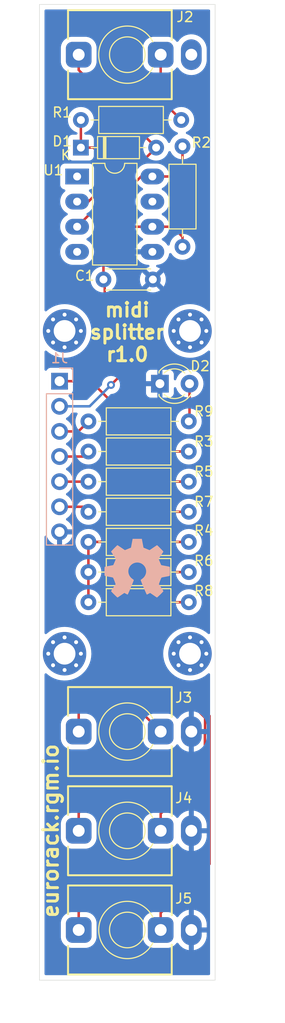
<source format=kicad_pcb>
(kicad_pcb (version 20211014) (generator pcbnew)
  (title_block (title "midi-splitter front") (date "2022-01-22") (rev "1.0"))
  (layers (0 "F.Cu" signal) (31 "B.Cu" signal) (34 "B.Paste" user) (35 "F.Paste" user) (36 "B.SilkS" user "B.Silkscreen") (37 "F.SilkS" user "F.Silkscreen") (38 "B.Mask" user) (39 "F.Mask" user) (44 "Edge.Cuts" user))
  (net 0 "")
  (net 1 "GND")
  (net 2 "+5V")
  (net 3 "Net-(D1-Pad2)")
  (net 4 "Net-(D1-Pad1)")
  (net 5 "MIDI_IN")
  (net 6 "Net-(J2-PadR)")
  (net 7 "Net-(J3-PadT)")
  (net 8 "Net-(J3-PadR)")
  (net 9 "Net-(J4-PadT)")
  (net 10 "Net-(J4-PadR)")
  (net 11 "Net-(J5-PadT)")
  (net 12 "Net-(J5-PadR)")
  (net 13 "MIDI_OUT_1")
  (net 14 "MIDI_OUT_2")
  (net 15 "MIDI_OUT_3")
  (net 16 "Net-(D2-Pad2)")
  (net 17 "LED")
  (footprint "Capacitor_THT:C_Disc_D4.3mm_W1.9mm_P5.00mm" (layer "F.Cu") (at 151.257 76.835)
    (fp_text reference "C1" (at -1.905 -0.381) (layer "F.SilkS"))
    (fp_text value "100n")
    (fp_line (start 0.23 -1.07) (end 4.77 -1.07) (layer "F.SilkS") (width 0.12))
    (fp_line (start 4.77 1.055) (end 4.77 1.07) (layer "F.SilkS") (width 0.12))
    (fp_line (start 0.23 1.055) (end 0.23 1.07) (layer "F.SilkS") (width 0.12))
    (fp_line (start 0.23 -1.07) (end 0.23 -1.055) (layer "F.SilkS") (width 0.12))
    (fp_line (start 0.23 1.07) (end 4.77 1.07) (layer "F.SilkS") (width 0.12))
    (fp_line (start 4.77 -1.07) (end 4.77 -1.055) (layer "F.SilkS") (width 0.12))
    (pad "1" thru_hole circle (at 0 0) (size 1.6 1.6) (drill 0.8) (layers *.Cu *.Mask) (net 2 "+5V"))
    (pad "2" thru_hole circle (at 5 0) (size 1.6 1.6) (drill 0.8) (layers *.Cu *.Mask) (net 1 "GND"))
  )
  (footprint "eurorack:LED_D3.0mmP2.54mm" (layer "F.Cu") (at 156.972 87.376)
    (fp_text reference "D2" (at 4.064 -1.778) (layer "F.SilkS"))
    (fp_text value "LED")
    (fp_line (start -0.0868 -1.236) (end -0.0868 -1.08) (layer "F.SilkS") (width 0.12))
    (fp_line (start -0.0868 1.08) (end -0.0868 1.236) (layer "F.SilkS") (width 0.12))
    (fp_arc (start 0.432239 -1.08) (mid 1.473317 -1.5) (end 2.51433 -1.079837) (layer "F.SilkS") (width 0.12))
    (fp_arc (start 3.145535 1.078608) (mid 1.569687 1.987659) (end -0.0868 1.235516) (layer "F.SilkS") (width 0.12))
    (fp_arc (start 2.51433 1.079837) (mid 1.473317 1.5) (end 0.432239 1.08) (layer "F.SilkS") (width 0.12))
    (fp_arc (start -0.0868 -1.235516) (mid 1.569687 -1.987659) (end 3.145535 -1.078608) (layer "F.SilkS") (width 0.12))
    (pad "1" thru_hole rect (at 0 0) (size 1.8 1.8) (drill 0.9) (layers *.Cu *.Mask) (net 1 "GND"))
    (pad "2" thru_hole circle (at 2.9972 0) (size 1.8 1.8) (drill 0.9) (layers *.Cu *.Mask) (net 16 "Net-(D2-Pad2)"))
  )
  (footprint "Diode_THT:D_DO-35_SOD27_P7.62mm_Horizontal" (layer "F.Cu") (at 148.971 63.5)
    (fp_text reference "D1" (at -1.905 -0.635) (layer "F.SilkS"))
    (fp_text value "1N4148")
    (fp_text user "K" (at -1.524 0.762) (layer "F.SilkS"))
    (fp_line (start 6.58 0) (end 5.93 0) (layer "F.SilkS") (width 0.12))
    (fp_line (start 2.41 -1.12) (end 2.41 1.12) (layer "F.SilkS") (width 0.12))
    (fp_line (start 2.29 -1.12) (end 2.29 1.12) (layer "F.SilkS") (width 0.12))
    (fp_line (start 2.53 -1.12) (end 2.53 1.12) (layer "F.SilkS") (width 0.12))
    (fp_line (start 5.93 1.12) (end 5.93 -1.12) (layer "F.SilkS") (width 0.12))
    (fp_line (start 1.69 -1.12) (end 1.69 1.12) (layer "F.SilkS") (width 0.12))
    (fp_line (start 5.93 -1.12) (end 1.69 -1.12) (layer "F.SilkS") (width 0.12))
    (fp_line (start 1.69 1.12) (end 5.93 1.12) (layer "F.SilkS") (width 0.12))
    (fp_line (start 1.04 0) (end 1.69 0) (layer "F.SilkS") (width 0.12))
    (pad "1" thru_hole rect (at 0 0) (size 1.6 1.6) (drill 0.8) (layers *.Cu *.Mask) (net 4 "Net-(D1-Pad1)"))
    (pad "2" thru_hole oval (at 7.62 0) (size 1.6 1.6) (drill 0.8) (layers *.Cu *.Mask) (net 3 "Net-(D1-Pad2)"))
  )
  (footprint "MountingHole:MountingHole_2.2mm_M2_Pad_Via" (layer "F.Cu") (at 147.32 82.042)
    (fp_text reference "H1" hide)
    (fp_text value "MountingHole")
    (pad "1" thru_hole circle (at -1.65 0) (size 0.7 0.7) (drill 0.4) (layers *.Cu *.Mask))
    (pad "1" thru_hole circle (at 0 1.65) (size 0.7 0.7) (drill 0.4) (layers *.Cu *.Mask))
    (pad "1" thru_hole circle (at 0 -1.65) (size 0.7 0.7) (drill 0.4) (layers *.Cu *.Mask))
    (pad "1" thru_hole circle (at 1.166726 -1.166726) (size 0.7 0.7) (drill 0.4) (layers *.Cu *.Mask))
    (pad "1" thru_hole circle (at -1.166726 -1.166726) (size 0.7 0.7) (drill 0.4) (layers *.Cu *.Mask))
    (pad "1" thru_hole circle (at 1.65 0) (size 0.7 0.7) (drill 0.4) (layers *.Cu *.Mask))
    (pad "1" thru_hole circle (at 1.166726 1.166726) (size 0.7 0.7) (drill 0.4) (layers *.Cu *.Mask))
    (pad "1" thru_hole circle (at -1.166726 1.166726) (size 0.7 0.7) (drill 0.4) (layers *.Cu *.Mask))
    (pad "1" thru_hole circle (at 0 0) (size 4.4 4.4) (drill 2.2) (layers *.Cu *.Mask))
  )
  (footprint "MountingHole:MountingHole_2.2mm_M2_Pad_Via" (layer "F.Cu") (at 160.02 82.042)
    (fp_text reference "H2" hide)
    (fp_text value "MountingHole")
    (pad "1" thru_hole circle (at 1.65 0) (size 0.7 0.7) (drill 0.4) (layers *.Cu *.Mask))
    (pad "1" thru_hole circle (at -1.166726 -1.166726) (size 0.7 0.7) (drill 0.4) (layers *.Cu *.Mask))
    (pad "1" thru_hole circle (at -1.166726 1.166726) (size 0.7 0.7) (drill 0.4) (layers *.Cu *.Mask))
    (pad "1" thru_hole circle (at 1.166726 -1.166726) (size 0.7 0.7) (drill 0.4) (layers *.Cu *.Mask))
    (pad "1" thru_hole circle (at 0 -1.65) (size 0.7 0.7) (drill 0.4) (layers *.Cu *.Mask))
    (pad "1" thru_hole circle (at 1.166726 1.166726) (size 0.7 0.7) (drill 0.4) (layers *.Cu *.Mask))
    (pad "1" thru_hole circle (at 0 1.65) (size 0.7 0.7) (drill 0.4) (layers *.Cu *.Mask))
    (pad "1" thru_hole circle (at -1.65 0) (size 0.7 0.7) (drill 0.4) (layers *.Cu *.Mask))
    (pad "1" thru_hole circle (at 0 0) (size 4.4 4.4) (drill 2.2) (layers *.Cu *.Mask))
  )
  (footprint "MountingHole:MountingHole_2.2mm_M2_Pad_Via" (layer "F.Cu") (at 147.32 114.681)
    (fp_text reference "H3" hide)
    (fp_text value "MountingHole")
    (pad "1" thru_hole circle (at 0 0) (size 4.4 4.4) (drill 2.2) (layers *.Cu *.Mask))
    (pad "1" thru_hole circle (at 1.166726 1.166726) (size 0.7 0.7) (drill 0.4) (layers *.Cu *.Mask))
    (pad "1" thru_hole circle (at -1.166726 -1.166726) (size 0.7 0.7) (drill 0.4) (layers *.Cu *.Mask))
    (pad "1" thru_hole circle (at 0 1.65) (size 0.7 0.7) (drill 0.4) (layers *.Cu *.Mask))
    (pad "1" thru_hole circle (at 1.166726 -1.166726) (size 0.7 0.7) (drill 0.4) (layers *.Cu *.Mask))
    (pad "1" thru_hole circle (at -1.166726 1.166726) (size 0.7 0.7) (drill 0.4) (layers *.Cu *.Mask))
    (pad "1" thru_hole circle (at -1.65 0) (size 0.7 0.7) (drill 0.4) (layers *.Cu *.Mask))
    (pad "1" thru_hole circle (at 0 -1.65) (size 0.7 0.7) (drill 0.4) (layers *.Cu *.Mask))
    (pad "1" thru_hole circle (at 1.65 0) (size 0.7 0.7) (drill 0.4) (layers *.Cu *.Mask))
  )
  (footprint "MountingHole:MountingHole_2.2mm_M2_Pad_Via" (layer "F.Cu") (at 160.02 114.681)
    (fp_text reference "H4" hide)
    (fp_text value "MountingHole")
    (pad "1" thru_hole circle (at 0 -1.65) (size 0.7 0.7) (drill 0.4) (layers *.Cu *.Mask))
    (pad "1" thru_hole circle (at -1.65 0) (size 0.7 0.7) (drill 0.4) (layers *.Cu *.Mask))
    (pad "1" thru_hole circle (at 1.166726 -1.166726) (size 0.7 0.7) (drill 0.4) (layers *.Cu *.Mask))
    (pad "1" thru_hole circle (at 1.65 0) (size 0.7 0.7) (drill 0.4) (layers *.Cu *.Mask))
    (pad "1" thru_hole circle (at 1.166726 1.166726) (size 0.7 0.7) (drill 0.4) (layers *.Cu *.Mask))
    (pad "1" thru_hole circle (at 0 1.65) (size 0.7 0.7) (drill 0.4) (layers *.Cu *.Mask))
    (pad "1" thru_hole circle (at -1.166726 1.166726) (size 0.7 0.7) (drill 0.4) (layers *.Cu *.Mask))
    (pad "1" thru_hole circle (at 0 0) (size 4.4 4.4) (drill 2.2) (layers *.Cu *.Mask))
    (pad "1" thru_hole circle (at -1.166726 -1.166726) (size 0.7 0.7) (drill 0.4) (layers *.Cu *.Mask))
  )
  (footprint "eurorack:Jack_3.5mm_QingPu_WQP-PJ366ST_Vertical" (layer "F.Cu") (at 153.67 54.102 90)
    (fp_text reference "J2" (at 3.81 5.842 180) (layer "F.SilkS"))
    (fp_text value "Thonkiconn ST")
    (fp_line (start -4.5 -6) (end -1.6 -6) (layer "F.SilkS") (width 0.2))
    (fp_line (start 1.5 4.5) (end 4.5 4.5) (layer "F.SilkS") (width 0.2))
    (fp_line (start -4.5 4.5) (end -4.5 -6) (layer "F.SilkS") (width 0.2))
    (fp_line (start -4.5 4.5) (end -1.5 4.5) (layer "F.SilkS") (width 0.2))
    (fp_line (start 1.6 -6) (end 4.5 -6) (layer "F.SilkS") (width 0.2))
    (fp_line (start 4.5 4.5) (end 4.5 -6) (layer "F.SilkS") (width 0.2))
    (fp_arc (start -1.296263 2.588577) (mid -2.817353 -0.665994) (end 0 -2.895) (layer "F.SilkS") (width 0.12))
    (fp_arc (start 0 -2.895) (mid 2.817353 -0.665994) (end 1.296263 2.588577) (layer "F.SilkS") (width 0.12))
    (fp_circle (center 0 0) (end -1.8 0) (layer "F.SilkS") (width 0.12) (fill none))
    (pad "R" thru_hole roundrect (at 0 3.38 90) (size 2.6 2.6) (drill 1.2) (layers *.Cu *.Mask) (net 6 "Net-(J2-PadR)"))
    (pad "S" thru_hole oval (at 0 6.48 90) (size 3.1 2.1) (drill 1.2) (layers *.Cu *.Mask))
    (pad "T" thru_hole roundrect (at 0 -4.92 90) (size 2.6 2.6) (drill 1.2) (layers *.Cu *.Mask) (net 3 "Net-(D1-Pad2)"))
  )
  (footprint "eurorack:Jack_3.5mm_QingPu_WQP-PJ366ST_Vertical" (layer "F.Cu") (at 153.67 122.555 90)
    (fp_text reference "J3" (at 3.429 5.715 180) (layer "F.SilkS"))
    (fp_text value "Thonkiconn ST")
    (fp_line (start 1.6 -6) (end 4.5 -6) (layer "F.SilkS") (width 0.2))
    (fp_line (start -4.5 4.5) (end -1.5 4.5) (layer "F.SilkS") (width 0.2))
    (fp_line (start 1.5 4.5) (end 4.5 4.5) (layer "F.SilkS") (width 0.2))
    (fp_line (start 4.5 4.5) (end 4.5 -6) (layer "F.SilkS") (width 0.2))
    (fp_line (start -4.5 4.5) (end -4.5 -6) (layer "F.SilkS") (width 0.2))
    (fp_line (start -4.5 -6) (end -1.6 -6) (layer "F.SilkS") (width 0.2))
    (fp_arc (start -1.296263 2.588577) (mid -2.817353 -0.665994) (end 0 -2.895) (layer "F.SilkS") (width 0.12))
    (fp_arc (start 0 -2.895) (mid 2.817353 -0.665994) (end 1.296263 2.588577) (layer "F.SilkS") (width 0.12))
    (fp_circle (center 0 0) (end -1.8 0) (layer "F.SilkS") (width 0.12) (fill none))
    (pad "R" thru_hole roundrect (at 0 3.38 90) (size 2.6 2.6) (drill 1.2) (layers *.Cu *.Mask) (net 8 "Net-(J3-PadR)"))
    (pad "S" thru_hole oval (at 0 6.48 90) (size 3.1 2.1) (drill 1.2) (layers *.Cu *.Mask) (net 1 "GND"))
    (pad "T" thru_hole roundrect (at 0 -4.92 90) (size 2.6 2.6) (drill 1.2) (layers *.Cu *.Mask) (net 7 "Net-(J3-PadT)"))
  )
  (footprint "eurorack:Jack_3.5mm_QingPu_WQP-PJ366ST_Vertical" (layer "F.Cu") (at 153.67 132.588 90)
    (fp_text reference "J4" (at 3.302 5.715 180) (layer "F.SilkS"))
    (fp_text value "Thonkiconn ST")
    (fp_line (start 1.5 4.5) (end 4.5 4.5) (layer "F.SilkS") (width 0.2))
    (fp_line (start 1.6 -6) (end 4.5 -6) (layer "F.SilkS") (width 0.2))
    (fp_line (start 4.5 4.5) (end 4.5 -6) (layer "F.SilkS") (width 0.2))
    (fp_line (start -4.5 -6) (end -1.6 -6) (layer "F.SilkS") (width 0.2))
    (fp_line (start -4.5 4.5) (end -1.5 4.5) (layer "F.SilkS") (width 0.2))
    (fp_line (start -4.5 4.5) (end -4.5 -6) (layer "F.SilkS") (width 0.2))
    (fp_arc (start 0 -2.895) (mid 2.817353 -0.665994) (end 1.296263 2.588577) (layer "F.SilkS") (width 0.12))
    (fp_arc (start -1.296263 2.588577) (mid -2.817353 -0.665994) (end 0 -2.895) (layer "F.SilkS") (width 0.12))
    (fp_circle (center 0 0) (end -1.8 0) (layer "F.SilkS") (width 0.12) (fill none))
    (pad "R" thru_hole roundrect (at 0 3.38 90) (size 2.6 2.6) (drill 1.2) (layers *.Cu *.Mask) (net 10 "Net-(J4-PadR)"))
    (pad "S" thru_hole oval (at 0 6.48 90) (size 3.1 2.1) (drill 1.2) (layers *.Cu *.Mask) (net 1 "GND"))
    (pad "T" thru_hole roundrect (at 0 -4.92 90) (size 2.6 2.6) (drill 1.2) (layers *.Cu *.Mask) (net 9 "Net-(J4-PadT)"))
  )
  (footprint "eurorack:Jack_3.5mm_QingPu_WQP-PJ366ST_Vertical" (layer "F.Cu") (at 153.67 142.621 90)
    (fp_text reference "J5" (at 3.175 5.715 180) (layer "F.SilkS"))
    (fp_text value "Thonkiconn ST")
    (fp_line (start 1.5 4.5) (end 4.5 4.5) (layer "F.SilkS") (width 0.2))
    (fp_line (start 4.5 4.5) (end 4.5 -6) (layer "F.SilkS") (width 0.2))
    (fp_line (start -4.5 4.5) (end -4.5 -6) (layer "F.SilkS") (width 0.2))
    (fp_line (start -4.5 4.5) (end -1.5 4.5) (layer "F.SilkS") (width 0.2))
    (fp_line (start -4.5 -6) (end -1.6 -6) (layer "F.SilkS") (width 0.2))
    (fp_line (start 1.6 -6) (end 4.5 -6) (layer "F.SilkS") (width 0.2))
    (fp_arc (start -1.296263 2.588577) (mid -2.817353 -0.665994) (end 0 -2.895) (layer "F.SilkS") (width 0.12))
    (fp_arc (start 0 -2.895) (mid 2.817353 -0.665994) (end 1.296263 2.588577) (layer "F.SilkS") (width 0.12))
    (fp_circle (center 0 0) (end -1.8 0) (layer "F.SilkS") (width 0.12) (fill none))
    (pad "R" thru_hole roundrect (at 0 3.38 90) (size 2.6 2.6) (drill 1.2) (layers *.Cu *.Mask) (net 12 "Net-(J5-PadR)"))
    (pad "S" thru_hole oval (at 0 6.48 90) (size 3.1 2.1) (drill 1.2) (layers *.Cu *.Mask) (net 1 "GND"))
    (pad "T" thru_hole roundrect (at 0 -4.92 90) (size 2.6 2.6) (drill 1.2) (layers *.Cu *.Mask) (net 11 "Net-(J5-PadT)"))
  )
  (footprint "Resistor_THT:R_Axial_DIN0207_L6.3mm_D2.5mm_P10.16mm_Horizontal" (layer "F.Cu") (at 159.131 60.706 180)
    (fp_text reference "R1" (at 12.065 0.762) (layer "F.SilkS"))
    (fp_text value "220R")
    (fp_line (start 1.04 0) (end 1.81 0) (layer "F.SilkS") (width 0.12))
    (fp_line (start 8.35 -1.37) (end 1.81 -1.37) (layer "F.SilkS") (width 0.12))
    (fp_line (start 9.12 0) (end 8.35 0) (layer "F.SilkS") (width 0.12))
    (fp_line (start 1.81 -1.37) (end 1.81 1.37) (layer "F.SilkS") (width 0.12))
    (fp_line (start 1.81 1.37) (end 8.35 1.37) (layer "F.SilkS") (width 0.12))
    (fp_line (start 8.35 1.37) (end 8.35 -1.37) (layer "F.SilkS") (width 0.12))
    (pad "1" thru_hole circle (at 0 0 180) (size 1.6 1.6) (drill 0.8) (layers *.Cu *.Mask) (net 6 "Net-(J2-PadR)"))
    (pad "2" thru_hole oval (at 10.16 0 180) (size 1.6 1.6) (drill 0.8) (layers *.Cu *.Mask) (net 4 "Net-(D1-Pad1)"))
  )
  (footprint "Resistor_THT:R_Axial_DIN0207_L6.3mm_D2.5mm_P10.16mm_Horizontal" (layer "F.Cu") (at 159.258 63.373 -90)
    (fp_text reference "R2" (at -0.381 -1.905 180) (layer "F.SilkS"))
    (fp_text value "10k")
    (fp_line (start 1.81 -1.37) (end 1.81 1.37) (layer "F.SilkS") (width 0.12))
    (fp_line (start 8.35 1.37) (end 8.35 -1.37) (layer "F.SilkS") (width 0.12))
    (fp_line (start 1.81 1.37) (end 8.35 1.37) (layer "F.SilkS") (width 0.12))
    (fp_line (start 1.04 0) (end 1.81 0) (layer "F.SilkS") (width 0.12))
    (fp_line (start 8.35 -1.37) (end 1.81 -1.37) (layer "F.SilkS") (width 0.12))
    (fp_line (start 9.12 0) (end 8.35 0) (layer "F.SilkS") (width 0.12))
    (pad "1" thru_hole circle (at 0 0 270) (size 1.6 1.6) (drill 0.8) (layers *.Cu *.Mask) (net 2 "+5V"))
    (pad "2" thru_hole oval (at 10.16 0 270) (size 1.6 1.6) (drill 0.8) (layers *.Cu *.Mask) (net 5 "MIDI_IN"))
  )
  (footprint "Resistor_THT:R_Axial_DIN0207_L6.3mm_D2.5mm_P10.16mm_Horizontal" (layer "F.Cu") (at 149.733 94.234)
    (fp_text reference "R3" (at 11.684 -1.016) (layer "F.SilkS"))
    (fp_text value "220R")
    (fp_line (start 8.35 -1.37) (end 1.81 -1.37) (layer "F.SilkS") (width 0.12))
    (fp_line (start 9.12 0) (end 8.35 0) (layer "F.SilkS") (width 0.12))
    (fp_line (start 1.81 -1.37) (end 1.81 1.37) (layer "F.SilkS") (width 0.12))
    (fp_line (start 8.35 1.37) (end 8.35 -1.37) (layer "F.SilkS") (width 0.12))
    (fp_line (start 1.04 0) (end 1.81 0) (layer "F.SilkS") (width 0.12))
    (fp_line (start 1.81 1.37) (end 8.35 1.37) (layer "F.SilkS") (width 0.12))
    (pad "1" thru_hole circle (at 0 0) (size 1.6 1.6) (drill 0.8) (layers *.Cu *.Mask) (net 13 "MIDI_OUT_1"))
    (pad "2" thru_hole oval (at 10.16 0) (size 1.6 1.6) (drill 0.8) (layers *.Cu *.Mask) (net 7 "Net-(J3-PadT)"))
  )
  (footprint "Resistor_THT:R_Axial_DIN0207_L6.3mm_D2.5mm_P10.16mm_Horizontal" (layer "F.Cu") (at 149.733 103.378)
    (fp_text reference "R4" (at 11.684 -1.143) (layer "F.SilkS"))
    (fp_text value "220R")
    (fp_line (start 8.35 1.37) (end 8.35 -1.37) (layer "F.SilkS") (width 0.12))
    (fp_line (start 9.12 0) (end 8.35 0) (layer "F.SilkS") (width 0.12))
    (fp_line (start 1.04 0) (end 1.81 0) (layer "F.SilkS") (width 0.12))
    (fp_line (start 1.81 -1.37) (end 1.81 1.37) (layer "F.SilkS") (width 0.12))
    (fp_line (start 1.81 1.37) (end 8.35 1.37) (layer "F.SilkS") (width 0.12))
    (fp_line (start 8.35 -1.37) (end 1.81 -1.37) (layer "F.SilkS") (width 0.12))
    (pad "1" thru_hole circle (at 0 0) (size 1.6 1.6) (drill 0.8) (layers *.Cu *.Mask) (net 2 "+5V"))
    (pad "2" thru_hole oval (at 10.16 0) (size 1.6 1.6) (drill 0.8) (layers *.Cu *.Mask) (net 8 "Net-(J3-PadR)"))
  )
  (footprint "Resistor_THT:R_Axial_DIN0207_L6.3mm_D2.5mm_P10.16mm_Horizontal" (layer "F.Cu") (at 149.733 97.282)
    (fp_text reference "R5" (at 11.684 -1.016) (layer "F.SilkS"))
    (fp_text value "220R")
    (fp_line (start 8.35 -1.37) (end 1.81 -1.37) (layer "F.SilkS") (width 0.12))
    (fp_line (start 1.81 -1.37) (end 1.81 1.37) (layer "F.SilkS") (width 0.12))
    (fp_line (start 9.12 0) (end 8.35 0) (layer "F.SilkS") (width 0.12))
    (fp_line (start 8.35 1.37) (end 8.35 -1.37) (layer "F.SilkS") (width 0.12))
    (fp_line (start 1.81 1.37) (end 8.35 1.37) (layer "F.SilkS") (width 0.12))
    (fp_line (start 1.04 0) (end 1.81 0) (layer "F.SilkS") (width 0.12))
    (pad "1" thru_hole circle (at 0 0) (size 1.6 1.6) (drill 0.8) (layers *.Cu *.Mask) (net 14 "MIDI_OUT_2"))
    (pad "2" thru_hole oval (at 10.16 0) (size 1.6 1.6) (drill 0.8) (layers *.Cu *.Mask) (net 9 "Net-(J4-PadT)"))
  )
  (footprint "Resistor_THT:R_Axial_DIN0207_L6.3mm_D2.5mm_P10.16mm_Horizontal" (layer "F.Cu") (at 149.733 106.426)
    (fp_text reference "R6" (at 11.684 -1.143) (layer "F.SilkS"))
    (fp_text value "220R")
    (fp_line (start 1.81 1.37) (end 8.35 1.37) (layer "F.SilkS") (width 0.12))
    (fp_line (start 9.12 0) (end 8.35 0) (layer "F.SilkS") (width 0.12))
    (fp_line (start 1.04 0) (end 1.81 0) (layer "F.SilkS") (width 0.12))
    (fp_line (start 8.35 -1.37) (end 1.81 -1.37) (layer "F.SilkS") (width 0.12))
    (fp_line (start 1.81 -1.37) (end 1.81 1.37) (layer "F.SilkS") (width 0.12))
    (fp_line (start 8.35 1.37) (end 8.35 -1.37) (layer "F.SilkS") (width 0.12))
    (pad "1" thru_hole circle (at 0 0) (size 1.6 1.6) (drill 0.8) (layers *.Cu *.Mask) (net 2 "+5V"))
    (pad "2" thru_hole oval (at 10.16 0) (size 1.6 1.6) (drill 0.8) (layers *.Cu *.Mask) (net 10 "Net-(J4-PadR)"))
  )
  (footprint "Resistor_THT:R_Axial_DIN0207_L6.3mm_D2.5mm_P10.16mm_Horizontal" (layer "F.Cu") (at 149.733 100.33)
    (fp_text reference "R7" (at 11.684 -1.016) (layer "F.SilkS"))
    (fp_text value "220R")
    (fp_line (start 8.35 -1.37) (end 1.81 -1.37) (layer "F.SilkS") (width 0.12))
    (fp_line (start 1.04 0) (end 1.81 0) (layer "F.SilkS") (width 0.12))
    (fp_line (start 1.81 1.37) (end 8.35 1.37) (layer "F.SilkS") (width 0.12))
    (fp_line (start 9.12 0) (end 8.35 0) (layer "F.SilkS") (width 0.12))
    (fp_line (start 1.81 -1.37) (end 1.81 1.37) (layer "F.SilkS") (width 0.12))
    (fp_line (start 8.35 1.37) (end 8.35 -1.37) (layer "F.SilkS") (width 0.12))
    (pad "1" thru_hole circle (at 0 0) (size 1.6 1.6) (drill 0.8) (layers *.Cu *.Mask) (net 15 "MIDI_OUT_3"))
    (pad "2" thru_hole oval (at 10.16 0) (size 1.6 1.6) (drill 0.8) (layers *.Cu *.Mask) (net 11 "Net-(J5-PadT)"))
  )
  (footprint "Resistor_THT:R_Axial_DIN0207_L6.3mm_D2.5mm_P10.16mm_Horizontal" (layer "F.Cu") (at 149.733 109.474)
    (fp_text reference "R8" (at 11.684 -1.143) (layer "F.SilkS"))
    (fp_text value "220R")
    (fp_line (start 8.35 1.37) (end 8.35 -1.37) (layer "F.SilkS") (width 0.12))
    (fp_line (start 9.12 0) (end 8.35 0) (layer "F.SilkS") (width 0.12))
    (fp_line (start 1.81 1.37) (end 8.35 1.37) (layer "F.SilkS") (width 0.12))
    (fp_line (start 1.81 -1.37) (end 1.81 1.37) (layer "F.SilkS") (width 0.12))
    (fp_line (start 8.35 -1.37) (end 1.81 -1.37) (layer "F.SilkS") (width 0.12))
    (fp_line (start 1.04 0) (end 1.81 0) (layer "F.SilkS") (width 0.12))
    (pad "1" thru_hole circle (at 0 0) (size 1.6 1.6) (drill 0.8) (layers *.Cu *.Mask) (net 2 "+5V"))
    (pad "2" thru_hole oval (at 10.16 0) (size 1.6 1.6) (drill 0.8) (layers *.Cu *.Mask) (net 12 "Net-(J5-PadR)"))
  )
  (footprint "Package_DIP:DIP-8_W7.62mm_LongPads" (layer "F.Cu") (at 148.59 66.421)
    (fp_text reference "U1" (at -2.413 -0.635) (layer "F.SilkS"))
    (fp_text value "6N137")
    (fp_line (start 6.06 -1.33) (end 4.81 -1.33) (layer "F.SilkS") (width 0.12))
    (fp_line (start 1.56 -1.33) (end 1.56 8.95) (layer "F.SilkS") (width 0.12))
    (fp_line (start 2.81 -1.33) (end 1.56 -1.33) (layer "F.SilkS") (width 0.12))
    (fp_line (start 6.06 8.95) (end 6.06 -1.33) (layer "F.SilkS") (width 0.12))
    (fp_line (start 1.56 8.95) (end 6.06 8.95) (layer "F.SilkS") (width 0.12))
    (fp_arc (start 4.81 -1.33) (mid 3.81 -0.33) (end 2.81 -1.33) (layer "F.SilkS") (width 0.12))
    (pad "1" thru_hole rect (at 0 0) (size 2.4 1.6) (drill 0.8) (layers *.Cu *.Mask))
    (pad "2" thru_hole oval (at 0 2.54) (size 2.4 1.6) (drill 0.8) (layers *.Cu *.Mask) (net 4 "Net-(D1-Pad1)"))
    (pad "3" thru_hole oval (at 0 5.08) (size 2.4 1.6) (drill 0.8) (layers *.Cu *.Mask) (net 3 "Net-(D1-Pad2)"))
    (pad "4" thru_hole oval (at 0 7.62) (size 2.4 1.6) (drill 0.8) (layers *.Cu *.Mask))
    (pad "5" thru_hole oval (at 7.62 7.62) (size 2.4 1.6) (drill 0.8) (layers *.Cu *.Mask) (net 1 "GND"))
    (pad "6" thru_hole oval (at 7.62 5.08) (size 2.4 1.6) (drill 0.8) (layers *.Cu *.Mask) (net 5 "MIDI_IN"))
    (pad "7" thru_hole oval (at 7.62 2.54) (size 2.4 1.6) (drill 0.8) (layers *.Cu *.Mask))
    (pad "8" thru_hole oval (at 7.62 0) (size 2.4 1.6) (drill 0.8) (layers *.Cu *.Mask) (net 2 "+5V"))
  )
  (footprint "Resistor_THT:R_Axial_DIN0207_L6.3mm_D2.5mm_P10.16mm_Horizontal" (layer "F.Cu") (at 149.733 91.186)
    (fp_text reference "R9" (at 11.684 -1.016) (layer "F.SilkS"))
    (fp_text value "2k2")
    (fp_line (start 8.35 1.37) (end 8.35 -1.37) (layer "F.SilkS") (width 0.12))
    (fp_line (start 8.35 -1.37) (end 1.81 -1.37) (layer "F.SilkS") (width 0.12))
    (fp_line (start 1.04 0) (end 1.81 0) (layer "F.SilkS") (width 0.12))
    (fp_line (start 1.81 -1.37) (end 1.81 1.37) (layer "F.SilkS") (width 0.12))
    (fp_line (start 9.12 0) (end 8.35 0) (layer "F.SilkS") (width 0.12))
    (fp_line (start 1.81 1.37) (end 8.35 1.37) (layer "F.SilkS") (width 0.12))
    (pad "1" thru_hole circle (at 0 0) (size 1.6 1.6) (drill 0.8) (layers *.Cu *.Mask) (net 17 "LED"))
    (pad "2" thru_hole oval (at 10.16 0) (size 1.6 1.6) (drill 0.8) (layers *.Cu *.Mask) (net 16 "Net-(D2-Pad2)"))
  )
  (footprint "Connector_PinHeader_2.54mm:PinHeader_1x07_P2.54mm_Vertical" (layer "B.Cu") (at 146.812 87.122 180)
    (fp_text reference "J1" (at 0 2.33) (layer "B.SilkS") (effects (justify mirror)))
    (fp_text value "Pin Header 1x7")
    (fp_line (start -1.33 0) (end -1.33 1.33) (layer "B.SilkS") (width 0.12))
    (fp_line (start -1.33 -16.57) (end 1.33 -16.57) (layer "B.SilkS") (width 0.12))
    (fp_line (start -1.33 -1.27) (end 1.33 -1.27) (layer "B.SilkS") (width 0.12))
    (fp_line (start -1.33 1.33) (end 0 1.33) (layer "B.SilkS") (width 0.12))
    (fp_line (start 1.33 -1.27) (end 1.33 -16.57) (layer "B.SilkS") (width 0.12))
    (fp_line (start -1.33 -1.27) (end -1.33 -16.57) (layer "B.SilkS") (width 0.12))
    (pad "1" thru_hole rect (at 0 0 180) (size 1.7 1.7) (drill 1) (layers *.Cu *.Mask) (net 2 "+5V"))
    (pad "2" thru_hole oval (at 0 -2.54 180) (size 1.7 1.7) (drill 1) (layers *.Cu *.Mask) (net 5 "MIDI_IN"))
    (pad "3" thru_hole oval (at 0 -5.08 180) (size 1.7 1.7) (drill 1) (layers *.Cu *.Mask) (net 17 "LED"))
    (pad "4" thru_hole oval (at 0 -7.62 180) (size 1.7 1.7) (drill 1) (layers *.Cu *.Mask) (net 13 "MIDI_OUT_1"))
    (pad "5" thru_hole oval (at 0 -10.16 180) (size 1.7 1.7) (drill 1) (layers *.Cu *.Mask) (net 14 "MIDI_OUT_2"))
    (pad "6" thru_hole oval (at 0 -12.7 180) (size 1.7 1.7) (drill 1) (layers *.Cu *.Mask) (net 15 "MIDI_OUT_3"))
    (pad "7" thru_hole oval (at 0 -15.24 180) (size 1.7 1.7) (drill 1) (layers *.Cu *.Mask) (net 1 "GND"))
  )
  (footprint "Symbol:OSHW-Symbol_6.7x6mm_SilkScreen" (layer "B.Cu") (at 154.686 106.045 180)
    (fp_text reference "REF**" hide)
    (fp_text value "OSHW-Symbol_6.7x6mm_SilkScreen" hide)
    (fp_poly (pts (xy 0.555814 2.531069) (xy 0.639635 2.086445) (xy 0.94892 1.958947) (xy 1.258206 1.831449) (xy 1.629246 2.083754) (xy 1.733157 2.154004) (xy 1.827087 2.216728) (xy 1.906652 2.269062) (xy 1.96747 2.308143) (xy 2.005157 2.331107) (xy 2.015421 2.336058) (xy 2.03391 2.323324) (xy 2.07342 2.288118) (xy 2.129522 2.234938) (xy 2.197787 2.168282) (xy 2.273786 2.092646) (xy 2.353092 2.012528) (xy 2.431275 1.932426) (xy 2.503907 1.856836) (xy 2.566559 1.790255) (xy 2.614803 1.737182) (xy 2.64421 1.702113) (xy 2.651241 1.690377) (xy 2.641123 1.66874) (xy 2.612759 1.621338) (xy 2.569129 1.552807) (xy 2.513218 1.467785) (xy 2.448006 1.370907) (xy 2.410219 1.31565) (xy 2.341343 1.214752) (xy 2.28014 1.123701) (xy 2.229578 1.04703) (xy 2.192628 0.989272) (xy 2.172258 0.954957) (xy 2.169197 0.947746) (xy 2.176136 0.927252) (xy 2.195051 0.879487) (xy 2.223087 0.811168) (xy 2.257391 0.729011) (xy 2.295109 0.63973) (xy 2.333387 0.550042) (xy 2.36937 0.466662) (xy 2.400206 0.396306) (xy 2.423039 0.34569) (xy 2.435017 0.321529) (xy 2.435724 0.320578) (xy 2.454531 0.315964) (xy 2.504618 0.305672) (xy 2.580793 0.290713) (xy 2.677865 0.272099) (xy 2.790643 0.250841) (xy 2.856442 0.238582) (xy 2.97695 0.215638) (xy 3.085797 0.193805) (xy 3.177476 0.174278) (xy 3.246481 0.158252) (xy 3.287304 0.146921) (xy 3.295511 0.143326) (xy 3.303548 0.118994) (xy 3.310033 0.064041) (xy 3.31497 -0.015108) (xy 3.318364 -0.112026) (xy 3.320218 -0.220287) (xy 3.320538 -0.333465) (xy 3.319327 -0.445135) (xy 3.31659 -0.548868) (xy 3.312331 -0.638241) (xy 3.306555 -0.706826) (xy 3.299267 -0.748197) (xy 3.294895 -0.75681) (xy 3.268764 -0.767133) (xy 3.213393 -0.781892) (xy 3.136107 -0.799352) (xy 3.04423 -0.81778) (xy 3.012158 -0.823741) (xy 2.857524 -0.852066) (xy 2.735375 -0.874876) (xy 2.641673 -0.89308) (xy 2.572384 -0.907583) (xy 2.523471 -0.919292) (xy 2.490897 -0.929115) (xy 2.470628 -0.937956) (xy 2.458626 -0.946724) (xy 2.456947 -0.948457) (xy 2.440184 -0.976371) (xy 2.414614 -1.030695) (xy 2.382788 -1.104777) (xy 2.34726 -1.191965) (xy 2.310583 -1.285608) (xy 2.275311 -1.379052) (xy 2.243996 -1.465647) (xy 2.219193 -1.53874) (xy 2.203454 -1.591678) (xy 2.199332 -1.617811) (xy 2.199676 -1.618726) (xy 2.213641 -1.640086) (xy 2.245322 -1.687084) (xy 2.291391 -1.754827) (xy 2.348518 -1.838423) (xy 2.413373 -1.932982) (xy 2.431843 -1.959854) (xy 2.497699 -2.057275) (xy 2.55565 -2.146163) (xy 2.602538 -2.221412) (xy 2.635207 -2.27792) (xy 2.6505 -2.310581) (xy 2.651241 -2.314593) (xy 2.638392 -2.335684) (xy 2.602888 -2.377464) (xy 2.549293 -2.435445) (xy 2.482171 -2.505135) (xy 2.406087 -2.582045) (xy 2.325604 -2.661683) (xy 2.245287 -2.739561) (xy 2.169699 -2.811186) (xy 2.103405 -2.87207) (xy 2.050969 -2.917721) (xy 2.016955 -2.94365) (xy 2.007545 -2.947883) (xy 1.985643 -2.937912) (xy 1.9408 -2.91102) (xy 1.880321 -2.871736) (xy 1.833789 -2.840117) (xy 1.749475 -2.782098) (xy 1.649626 -2.713784) (xy 1.549473 -2.645579) (xy 1.495627 -2.609075) (xy 1.313371 -2.4858) (xy 1.160381 -2.56852) (xy 1.090682 -2.604759) (xy 1.031414 -2.632926) (xy 0.991311 -2.648991) (xy 0.981103 -2.651226) (xy 0.968829 -2.634722) (xy 0.944613 -2.588082) (xy 0.910263 -2.515609) (xy 0.867588 -2.421606) (xy 0.818394 -2.310374) (xy 0.76449 -2.186215) (xy 0.707684 -2.053432) (xy 0.649782 -1.916327) (xy 0.592593 -1.779202) (xy 0.537924 -1.646358) (xy 0.487584 -1.522098) (xy 0.44338 -1.410725) (xy 0.407119 -1.316539) (xy 0.380609 -1.243844) (xy 0.365658 -1.196941) (xy 0.363254 -1.180833) (xy 0.382311 -1.160286) (xy 0.424036 -1.126933) (xy 0.479706 -1.087702) (xy 0.484378 -1.084599) (xy 0.628264 -0.969423) (xy 0.744283 -0.835053) (xy 0.83143 -0.685784) (xy 0.888699 -0.525913) (xy 0.915086 -0.359737) (xy 0.909585 -0.191552) (xy 0.87119 -0.025655) (xy 0.798895 0.133658) (xy 0.777626 0.168513) (xy 0.666996 0.309263) (xy 0.536302 0.422286) (xy 0.390064 0.506997) (xy 0.232808 0.562806) (xy 0.069057 0.589126) (xy -0.096667 0.58537) (xy -0.259838 0.55095) (xy -0.415935 0.485277) (xy -0.560433 0.387765) (xy -0.605131 0.348187) (xy -0.718888 0.224297) (xy -0.801782 0.093876) (xy -0.858644 -0.052315) (xy -0.890313 -0.197088) (xy -0.898131 -0.35986) (xy -0.872062 -0.52344) (xy -0.814755 -0.682298) (xy -0.728856 -0.830906) (xy -0.617014 -0.963735) (xy -0.481877 -1.075256) (xy -0.464117 -1.087011) (xy -0.40785 -1.125508) (xy -0.365077 -1.158863) (xy -0.344628 -1.18016) (xy -0.344331 -1.180833) (xy -0.348721 -1.203871) (xy -0.366124 -1.256157) (xy -0.394732 -1.33339) (xy -0.432735 -1.431268) (xy -0.478326 -1.545491) (xy -0.529697 -1.671758) (xy -0.585038 -1.805767) (xy -0.642542 -1.943218) (xy -0.700399 -2.079808) (xy -0.756802 -2.211237) (xy -0.809942 -2.333205) (xy -0.85801 -2.441409) (xy -0.899199 -2.531549) (xy -0.931699 -2.599323) (xy -0.953703 -2.64043) (xy -0.962564 -2.651226) (xy -0.98964 -2.642819) (xy -1.040303 -2.620272) (xy -1.105817 -2.587613) (xy -1.141841 -2.56852) (xy -1.294832 -2.4858) (xy -1.477088 -2.609075) (xy -1.570125 -2.672228) (xy -1.671985 -2.741727) (xy -1.767438 -2.807165) (xy -1.81525 -2.840117) (xy -1.882495 -2.885273) (xy -1.939436 -2.921057) (xy -1.978646 -2.942938) (xy -1.991381 -2.947563) (xy -2.009917 -2.935085) (xy -2.050941 -2.900252) (xy -2.110475 -2.846678) (xy -2.184542 -2.777983) (xy -2.269165 -2.697781) (xy -2.322685 -2.646286) (xy -2.416319 -2.554286) (xy -2.497241 -2.471999) (xy -2.562177 -2.402945) (xy -2.607858 -2.350644) (xy -2.631011 -2.318616) (xy -2.633232 -2.312116) (xy -2.622924 -2.287394) (xy -2.594439 -2.237405) (xy -2.550937 -2.167212) (xy -2.495577 -2.081875) (xy -2.43152 -1.986456) (xy -2.413303 -1.959854) (xy -2.346927 -1.863167) (xy -2.287378 -1.776117) (xy -2.237984 -1.703595) (xy -2.202075 -1.650493) (xy -2.182981 -1.621703) (xy -2.181136 -1.618726) (xy -2.183895 -1.595782) (xy -2.198538 -1.545336) (xy -2.222513 -1.474041) (xy -2.253266 -1.388547) (xy -2.288244 -1.295507) (xy -2.324893 -1.201574) (xy -2.360661 -1.113399) (xy -2.392994 -1.037634) (xy -2.419338 -0.980931) (xy -2.437142 -0.949943) (xy -2.438407 -0.948457) (xy -2.449294 -0.939601) (xy -2.467682 -0.930843) (xy -2.497606 -0.921277) (xy -2.543103 -0.909996) (xy -2.608209 -0.896093) (xy -2.696961 -0.878663) (xy -2.813393 -0.856798) (xy -2.961542 -0.829591) (xy -2.993618 -0.823741) (xy -3.088686 -0.805374) (xy -3.171565 -0.787405) (xy -3.23493 -0.771569) (xy -3.271458 -0.7596) (xy -3.276356 -0.75681) (xy -3.284427 -0.732072) (xy -3.290987 -0.67679) (xy -3.296033 -0.597389) (xy -3.299559 -0.500296) (xy -3.301561 -0.391938) (xy -3.302036 -0.27874) (xy -3.300977 -0.167128) (xy -3.298382 -0.063529) (xy -3.294246 0.025632) (xy -3.288563 0.093928) (xy -3.281331 0.134934) (xy -3.276971 0.143326) (xy -3.252698 0.151792) (xy -3.197426 0.165565) (xy -3.116662 0.18345) (xy -3.015912 0.204252) (xy -2.900683 0.226777) (xy -2.837902 0.238582) (xy -2.718787 0.260849) (xy -2.612565 0.281021) (xy -2.524427 0.298085) (xy -2.459566 0.311031) (xy -2.423174 0.318845) (xy -2.417184 0.320578) (xy -2.407061 0.34011) (xy -2.385662 0.387157) (xy -2.355839 0.454997) (xy -2.320445 0.536909) (xy -2.282332 0.626172) (xy -2.244353 0.716065) (xy -2.20936 0.799865) (xy -2.180206 0.870853) (xy -2.159743 0.922306) (xy -2.150823 0.947503) (xy -2.150657 0.948604) (xy -2.160769 0.968481) (xy -2.189117 1.014223) (xy -2.232723 1.081283) (xy -2.288606 1.165116) (xy -2.353787 1.261174) (xy -2.391679 1.31635) (xy -2.460725 1.417519) (xy -2.52205 1.50937) (xy -2.572663 1.587256) (xy -2.609571 1.646531) (xy -2.629782 1.682549) (xy -2.632701 1.690623) (xy -2.620153 1.709416) (xy -2.585463 1.749543) (xy -2.533063 1.806507) (xy -2.467384 1.875815) (xy -2.392856 1.952969) (xy -2.313913 2.033475) (xy -2.234983 2.112837) (xy -2.1605 2.18656) (xy -2.094894 2.250148) (xy -2.042596 2.299106) (xy -2.008039 2.328939) (xy -1.996478 2.336058) (xy -1.977654 2.326047) (xy -1.932631 2.297922) (xy -1.865787 2.254546) (xy -1.781499 2.198782) (xy -1.684144 2.133494) (xy -1.610707 2.083754) (xy -1.239667 1.831449) (xy -0.621095 2.086445) (xy -0.537275 2.531069) (xy -0.453454 2.975693) (xy 0.471994 2.975693) (xy 0.555814 2.531069)) (layer "B.SilkS") (width 0.01) (fill solid))
  )
  (gr_line (start 144.78 147.701) (end 162.56 147.701) (layer "Edge.Cuts") (width 0.05))
  (gr_line (start 144.78 49.022) (end 162.56 49.022) (layer "Edge.Cuts") (width 0.05))
  (gr_line (start 162.56 49.022) (end 162.56 147.701) (layer "Edge.Cuts") (width 0.05))
  (gr_line (start 144.78 147.701) (end 144.78 49.022) (layer "Edge.Cuts") (width 0.05))
  (gr_text "eurorack.rgm.io" (at 145.923 132.588 90) (layer "F.SilkS") (effects (font (size 1.5 1.5) (thickness 0.3))))
  (gr_text "midi\nsplitter\nr1.0" (at 153.67 82.169) (layer "F.SilkS") (effects (font (size 1.4 1.4) (thickness 0.3))))
  (segment (start 157.861 66.421) (end 159.258 65.024) (width 0.25) (layer "F.Cu") (net 2))
  (segment (start 149.733 109.601) (end 149.733 106.553) (width 0.25) (layer "F.Cu") (net 2))
  (segment (start 146.812 87.122) (end 149.987 87.122) (width 0.25) (layer "F.Cu") (net 2))
  (segment (start 155.067 66.421) (end 156.21 66.421) (width 0.25) (layer "F.Cu") (net 2))
  (segment (start 152.146 89.281) (end 152.146 102.235) (width 0.25) (layer "F.Cu") (net 2))
  (segment (start 159.258 65.024) (end 159.258 63.373) (width 0.25) (layer "F.Cu") (net 2))
  (segment (start 152.146 102.235) (end 151.003 103.378) (width 0.25) (layer "F.Cu") (net 2))
  (segment (start 151.257 70.231) (end 155.067 66.421) (width 0.25) (layer "F.Cu") (net 2))
  (segment (start 149.987 87.122) (end 152.146 89.281) (width 0.25) (layer "F.Cu") (net 2))
  (segment (start 151.384 85.725) (end 149.987 87.122) (width 0.25) (layer "F.Cu") (net 2))
  (segment (start 151.003 103.378) (end 149.733 103.378) (width 0.25) (layer "F.Cu") (net 2))
  (segment (start 149.733 106.553) (end 149.733 103.505) (width 0.25) (layer "F.Cu") (net 2))
  (segment (start 151.384 76.962) (end 151.384 85.725) (width 0.25) (layer "F.Cu") (net 2))
  (segment (start 156.21 66.421) (end 157.861 66.421) (width 0.25) (layer "F.Cu") (net 2))
  (segment (start 151.257 76.835) (end 151.384 76.962) (width 0.25) (layer "F.Cu") (net 2))
  (segment (start 151.257 76.835) (end 151.257 70.231) (width 0.25) (layer "F.Cu") (net 2))
  (segment (start 148.75 54.102) (end 148.75 55.659) (width 0.25) (layer "F.Cu") (net 3))
  (segment (start 148.75 55.659) (end 156.591 63.5) (width 0.25) (layer "F.Cu") (net 3))
  (segment (start 148.59 71.501) (end 156.591 63.5) (width 0.25) (layer "F.Cu") (net 3))
  (segment (start 149.733 68.961) (end 151.384 67.31) (width 0.25) (layer "F.Cu") (net 4))
  (segment (start 148.59 68.961) (end 149.733 68.961) (width 0.25) (layer "F.Cu") (net 4))
  (segment (start 148.971 63.5) (end 148.971 60.706) (width 0.25) (layer "F.Cu") (net 4))
  (segment (start 150.241 63.5) (end 148.971 63.5) (width 0.25) (layer "F.Cu") (net 4))
  (segment (start 151.384 64.643) (end 150.241 63.5) (width 0.25) (layer "F.Cu") (net 4))
  (segment (start 151.384 67.31) (end 151.384 64.643) (width 0.25) (layer "F.Cu") (net 4))
  (segment (start 156.21 71.501) (end 158.242 71.501) (width 0.25) (layer "F.Cu") (net 5))
  (segment (start 159.258 72.517) (end 159.258 73.533) (width 0.25) (layer "F.Cu") (net 5))
  (segment (start 152.019 87.503) (end 153.416 86.106) (width 0.25) (layer "F.Cu") (net 5))
  (segment (start 154.305 71.501) (end 156.21 71.501) (width 0.25) (layer "F.Cu") (net 5))
  (segment (start 158.242 71.501) (end 159.258 72.517) (width 0.25) (layer "F.Cu") (net 5))
  (segment (start 153.416 86.106) (end 153.416 72.39) (width 0.25) (layer "F.Cu") (net 5))
  (segment (start 153.416 72.39) (end 154.305 71.501) (width 0.25) (layer "F.Cu") (net 5))
  (via (at 152.019 87.503) (size 0.8) (drill 0.4) (layers "F.Cu" "B.Cu") (net 5))
  (segment (start 152.019 87.503) (end 152.019 87.503) (width 0.25) (layer "B.Cu") (net 5))
  (segment (start 149.86 89.662) (end 152.019 87.503) (width 0.25) (layer "B.Cu") (net 5))
  (segment (start 146.812 89.662) (end 149.86 89.662) (width 0.25) (layer "B.Cu") (net 5))
  (segment (start 157.05 58.625) (end 159.131 60.706) (width 0.25) (layer "F.Cu") (net 6))
  (segment (start 157.05 54.102) (end 157.05 58.625) (width 0.25) (layer "F.Cu") (net 6))
  (segment (start 153.58997 114.88803) (end 153.58997 97.61603) (width 0.25) (layer "F.Cu") (net 7))
  (segment (start 153.58997 97.61603) (end 156.972 94.234) (width 0.25) (layer "F.Cu") (net 7))
  (segment (start 148.75 119.728) (end 153.58997 114.88803) (width 0.25) (layer "F.Cu") (net 7))
  (segment (start 148.75 122.555) (end 148.75 119.728) (width 0.25) (layer "F.Cu") (net 7))
  (segment (start 156.972 94.234) (end 159.893 94.234) (width 0.25) (layer "F.Cu") (net 7))
  (segment (start 156.9085 103.5685) (end 154.94 105.537) (width 0.25) (layer "F.Cu") (net 8))
  (segment (start 154.94 120.445) (end 157.05 122.555) (width 0.25) (layer "F.Cu") (net 8))
  (segment (start 157.099 103.378) (end 156.9085 103.5685) (width 0.25) (layer "F.Cu") (net 8))
  (segment (start 159.893 103.378) (end 157.099 103.378) (width 0.25) (layer "F.Cu") (net 8))
  (segment (start 156.972 103.505) (end 156.9085 103.5685) (width 0.25) (layer "F.Cu") (net 8))
  (segment (start 154.94 105.537) (end 154.94 120.445) (width 0.25) (layer "F.Cu") (net 8))
  (segment (start 153.04602 119.11498) (end 153.04602 119.11357) (width 0.25) (layer "F.Cu") (net 9))
  (segment (start 153.04602 119.11357) (end 154.03998 118.11961) (width 0.25) (layer "F.Cu") (net 9))
  (segment (start 154.03998 100.21402) (end 156.972 97.282) (width 0.25) (layer "F.Cu") (net 9))
  (segment (start 150.876 121.285) (end 150.876 128.651) (width 0.25) (layer "F.Cu") (net 9))
  (segment (start 156.972 97.282) (end 159.893 97.282) (width 0.25) (layer "F.Cu") (net 9))
  (segment (start 148.75 130.777) (end 148.75 132.588) (width 0.25) (layer "F.Cu") (net 9))
  (segment (start 154.03998 118.11961) (end 154.03998 100.21402) (width 0.25) (layer "F.Cu") (net 9))
  (segment (start 150.876 128.651) (end 148.75 130.777) (width 0.25) (layer "F.Cu") (net 9))
  (segment (start 153.04602 119.11498) (end 150.876 121.285) (width 0.25) (layer "F.Cu") (net 9))
  (segment (start 160.401 120.015) (end 161.544 121.158) (width 0.25) (layer "F.Cu") (net 10))
  (segment (start 159.893 106.426) (end 156.27901 106.426) (width 0.25) (layer "F.Cu") (net 10))
  (segment (start 156.27901 106.426) (end 155.39001 107.315) (width 0.25) (layer "F.Cu") (net 10))
  (segment (start 161.544 122.809) (end 161.52501 122.82799) (width 0.25) (layer "F.Cu") (net 10))
  (segment (start 157.05 130.859) (end 157.05 132.588) (width 0.25) (layer "F.Cu") (net 10))
  (segment (start 161.52501 126.38399) (end 157.05 130.859) (width 0.25) (layer "F.Cu") (net 10))
  (segment (start 158.496 120.015) (end 160.401 120.015) (width 0.25) (layer "F.Cu") (net 10))
  (segment (start 161.544 121.158) (end 161.544 122.809) (width 0.25) (layer "F.Cu") (net 10))
  (segment (start 161.52501 122.82799) (end 161.52501 126.38399) (width 0.25) (layer "F.Cu") (net 10))
  (segment (start 155.39001 116.90901) (end 158.496 120.015) (width 0.25) (layer "F.Cu") (net 10))
  (segment (start 155.39001 107.315) (end 155.39001 116.90901) (width 0.25) (layer "F.Cu") (net 10))
  (segment (start 151.32601 121.4714) (end 151.32601 138.23399) (width 0.25) (layer "F.Cu") (net 11))
  (segment (start 153.496029 119.301381) (end 153.496029 119.299971) (width 0.25) (layer "F.Cu") (net 11))
  (segment (start 153.496029 119.301381) (end 151.32601 121.4714) (width 0.25) (layer "F.Cu") (net 11))
  (segment (start 154.48999 102.81201) (end 156.972 100.33) (width 0.25) (layer "F.Cu") (net 11))
  (segment (start 154.48999 118.30601) (end 154.48999 102.81201) (width 0.25) (layer "F.Cu") (net 11))
  (segment (start 151.32601 138.23399) (end 148.75 140.81) (width 0.25) (layer "F.Cu") (net 11))
  (segment (start 156.972 100.33) (end 159.893 100.33) (width 0.25) (layer "F.Cu") (net 11))
  (segment (start 148.75 140.81) (end 148.75 142.621) (width 0.25) (layer "F.Cu") (net 11))
  (segment (start 153.496029 119.299971) (end 154.48999 118.30601) (width 0.25) (layer "F.Cu") (net 11))
  (segment (start 155.84002 110.363) (end 155.84002 116.72261) (width 0.25) (layer "F.Cu") (net 12))
  (segment (start 161.99401 135.94799) (end 157.05 140.892) (width 0.25) (layer "F.Cu") (net 12))
  (segment (start 156.72902 109.474) (end 155.84002 110.363) (width 0.25) (layer "F.Cu") (net 12))
  (segment (start 158.6824 119.56499) (end 160.587401 119.564991) (width 0.25) (layer "F.Cu") (net 12))
  (segment (start 157.05 140.892) (end 157.05 142.621) (width 0.25) (layer "F.Cu") (net 12))
  (segment (start 161.99401 120.9716) (end 161.99401 135.94799) (width 0.25) (layer "F.Cu") (net 12))
  (segment (start 155.84002 116.72261) (end 158.6824 119.56499) (width 0.25) (layer "F.Cu") (net 12))
  (segment (start 159.893 109.474) (end 156.72902 109.474) (width 0.25) (layer "F.Cu") (net 12))
  (segment (start 160.587401 119.564991) (end 161.99401 120.9716) (width 0.25) (layer "F.Cu") (net 12))
  (segment (start 149.225 94.742) (end 149.733 94.234) (width 0.25) (layer "F.Cu") (net 13))
  (segment (start 146.812 94.742) (end 149.225 94.742) (width 0.25) (layer "F.Cu") (net 13))
  (segment (start 146.812 97.282) (end 149.733 97.282) (width 0.25) (layer "F.Cu") (net 14))
  (segment (start 149.225 99.822) (end 149.733 100.33) (width 0.25) (layer "F.Cu") (net 15))
  (segment (start 146.812 99.822) (end 149.225 99.822) (width 0.25) (layer "F.Cu") (net 15))
  (segment (start 159.9692 91.1098) (end 159.893 91.186) (width 0.25) (layer "F.Cu") (net 16))
  (segment (start 159.9692 87.376) (end 159.9692 91.1098) (width 0.25) (layer "F.Cu") (net 16))
  (segment (start 148.717 92.202) (end 149.733 91.186) (width 0.25) (layer "F.Cu") (net 17))
  (segment (start 146.812 92.202) (end 148.717 92.202) (width 0.25) (layer "F.Cu") (net 17))
  (zone (net 1) (net_name "GND") (layer "B.Cu") (connect_pads (clearance 0.508)) (min_thickness 0.254) (fill yes (thermal_gap 0.508) (thermal_bridge_width 0.508))
    (polygon (pts (xy 162.56 147.701) (xy 144.78 147.701) (xy 144.78 49.022) (xy 162.56 49.022)))
  )
)
</source>
